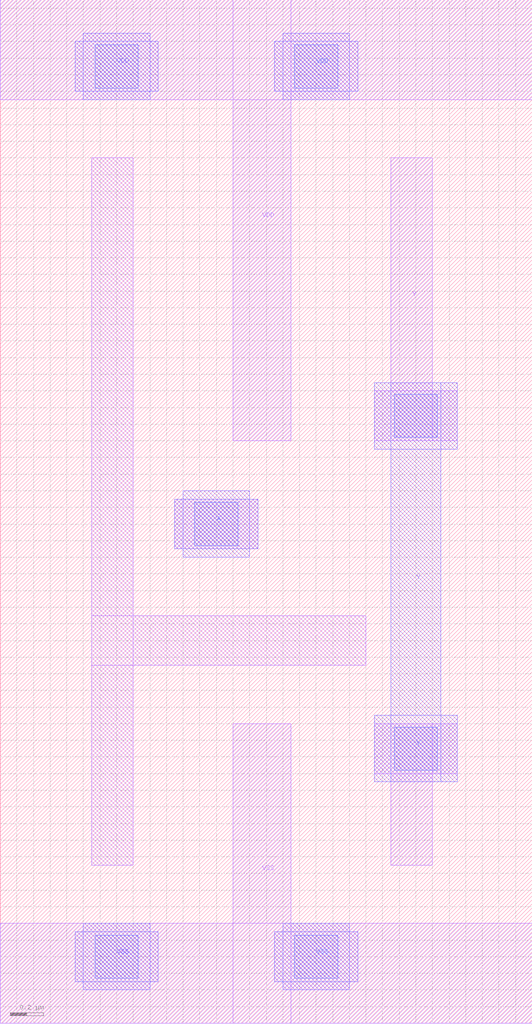
<source format=lef>
# Copyright 2022 Google LLC
# Licensed under the Apache License, Version 2.0 (the "License");
# you may not use this file except in compliance with the License.
# You may obtain a copy of the License at
#
#      http://www.apache.org/licenses/LICENSE-2.0
#
# Unless required by applicable law or agreed to in writing, software
# distributed under the License is distributed on an "AS IS" BASIS,
# WITHOUT WARRANTIES OR CONDITIONS OF ANY KIND, either express or implied.
# See the License for the specific language governing permissions and
# limitations under the License.
VERSION 5.7 ;
BUSBITCHARS "[]" ;
DIVIDERCHAR "/" ;

MACRO gf180mcu_osu_sc_9T_buf_1
  CLASS CORE ;
  ORIGIN 0 0 ;
  FOREIGN gf180mcu_osu_sc_9T_buf_1 0 0 ;
  SIZE 3.2 BY 6.15 ;
  SYMMETRY X Y ;
  SITE GF018hv5v_mcu_sc7 ;
  PIN A
    DIRECTION INPUT ;
    USE SIGNAL ;
    PORT
      LAYER MET1 ;
        RECT 1.05 2.85 1.55 3.15 ;
      LAYER MET2 ;
        RECT 1.05 2.85 1.55 3.15 ;
        RECT 1.1 2.8 1.5 3.2 ;
      LAYER VIA12 ;
        RECT 1.17 2.87 1.43 3.13 ;
    END
  END A
  PIN VDD
    DIRECTION INOUT ;
    USE POWER ;
    SHAPE ABUTMENT ;
    PORT
      LAYER MET1 ;
        RECT 0 5.55 3.2 6.15 ;
        RECT 1.4 3.5 1.75 6.15 ;
      LAYER MET2 ;
        RECT 1.65 5.6 2.15 5.9 ;
        RECT 1.7 5.55 2.1 5.95 ;
        RECT 0.45 5.6 0.95 5.9 ;
        RECT 0.5 5.55 0.9 5.95 ;
      LAYER VIA12 ;
        RECT 0.57 5.62 0.83 5.88 ;
        RECT 1.77 5.62 2.03 5.88 ;
    END
  END VDD
  PIN VSS
    DIRECTION INOUT ;
    USE GROUND ;
    PORT
      LAYER MET1 ;
        RECT 0 0 3.2 0.6 ;
        RECT 1.4 0 1.75 1.8 ;
      LAYER MET2 ;
        RECT 1.65 0.25 2.15 0.55 ;
        RECT 1.7 0.2 2.1 0.6 ;
        RECT 0.45 0.25 0.95 0.55 ;
        RECT 0.5 0.2 0.9 0.6 ;
      LAYER VIA12 ;
        RECT 0.57 0.27 0.83 0.53 ;
        RECT 1.77 0.27 2.03 0.53 ;
    END
  END VSS
  PIN Y
    DIRECTION OUTPUT ;
    USE SIGNAL ;
    PORT
      LAYER MET1 ;
        RECT 2.25 1.5 2.75 1.8 ;
        RECT 2.35 0.95 2.6 1.8 ;
        RECT 2.25 3.5 2.75 3.8 ;
        RECT 2.35 3.5 2.6 5.2 ;
      LAYER MET2 ;
        RECT 2.25 3.45 2.75 3.85 ;
        RECT 2.25 1.45 2.75 1.85 ;
        RECT 2.35 1.45 2.65 3.85 ;
      LAYER VIA12 ;
        RECT 2.37 3.52 2.63 3.78 ;
        RECT 2.37 1.52 2.63 1.78 ;
    END
  END Y
  OBS
    LAYER MET1 ;
      RECT 0.55 0.95 0.8 5.2 ;
      RECT 0.55 2.15 2.2 2.45 ;
  END
END gf180mcu_osu_sc_9T_buf_1

</source>
